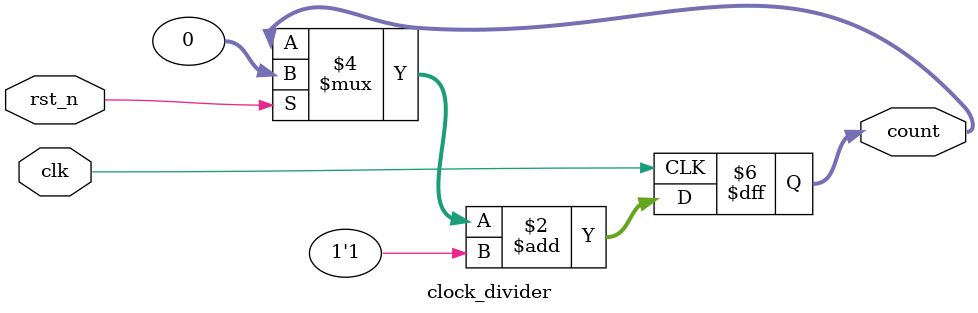
<source format=v>
`timescale 1ns / 1ps


module clock_divider(
    input clk,
    input rst_n,
    output reg [31:0] count
    );
        always @ (posedge clk) begin 
            if (rst_n) begin // if reset is high
                count = 32'b0; // count is 0
            end
            else
                #100; 
                count = count + 1'b1; // increment counter
        end
endmodule
</source>
